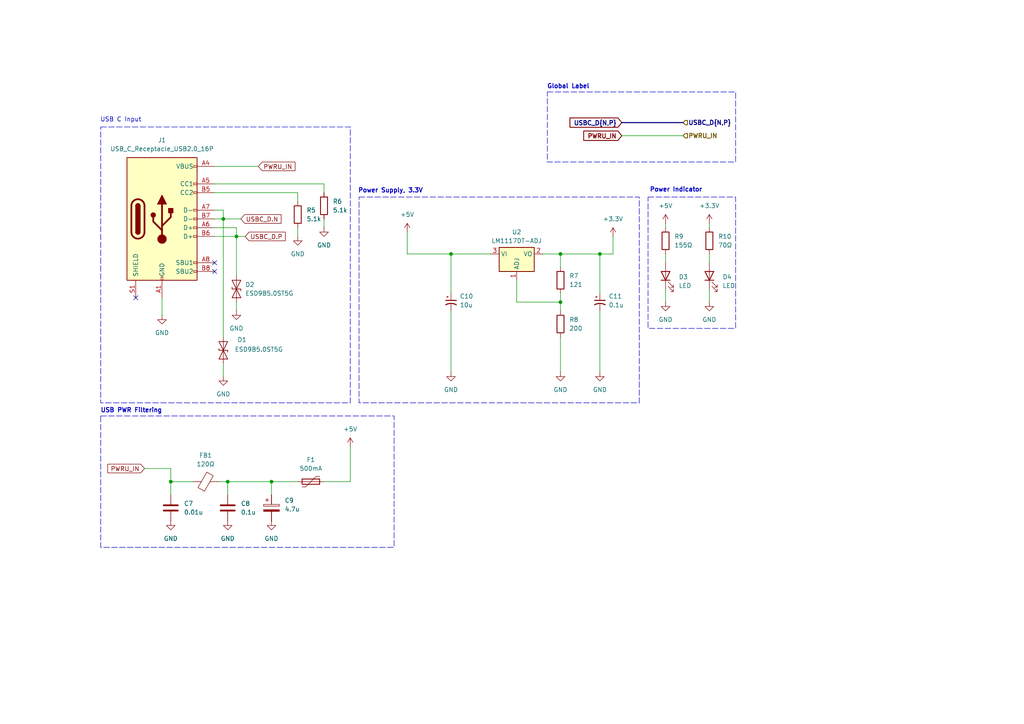
<source format=kicad_sch>
(kicad_sch (version 20231120) (generator "eeschema") (generator_version "8.0")
  (paper "A4")
  (lib_symbols
    (symbol "Connector:USB_C_Receptacle_USB2.0_16P" (pin_names (offset 1.016))
      (property "Reference" "J" (at 0 22.225 0))
      (property "Value" "USB_C_Receptacle_USB2.0_16P" (at 0 19.685 0))
      (symbol "USB_C_Receptacle_USB2.0_16P_0_0"
        (rectangle (start -0.254 -17.78) (end 0.254 -16.764))
        (rectangle (start 10.16 -14.986) (end 9.144 -15.494))
        (rectangle (start 10.16 -12.446) (end 9.144 -12.954))
        (rectangle (start 10.16 -4.826) (end 9.144 -5.334))
        (rectangle (start 10.16 -2.286) (end 9.144 -2.794))
        (rectangle (start 10.16 0.254) (end 9.144 -0.254))
        (rectangle (start 10.16 2.794) (end 9.144 2.286))
        (rectangle (start 10.16 7.874) (end 9.144 7.366))
        (rectangle (start 10.16 10.414) (end 9.144 9.906))
        (rectangle (start 10.16 15.494) (end 9.144 14.986))
      )
      (symbol "USB_C_Receptacle_USB2.0_16P_0_1"
        (rectangle (start -10.16 17.78) (end 10.16 -17.78) (stroke (width 0.254)) (fill (type background)))
        (arc (start -8.89 -3.81) (mid -6.985 -5.7067) (end -5.08 -3.81) (stroke (width 0.508)))
        (arc (start -7.62 -3.81) (mid -6.985 -4.4423) (end -6.35 -3.81) (stroke (width 0.254)))
        (arc (start -7.62 -3.81) (mid -6.985 -4.4423) (end -6.35 -3.81) (stroke (width 0.254)) (fill (type outline)))
        (rectangle (start -7.62 -3.81) (end -6.35 3.81) (stroke (width 0.254)) (fill (type outline)))
        (arc (start -6.35 3.81) (mid -6.985 4.4423) (end -7.62 3.81) (stroke (width 0.254)))
        (arc (start -6.35 3.81) (mid -6.985 4.4423) (end -7.62 3.81) (stroke (width 0.254)) (fill (type outline)))
        (arc (start -5.08 3.81) (mid -6.985 5.7067) (end -8.89 3.81) (stroke (width 0.508)))
        (circle (center -2.54 1.143) (radius 0.635) (stroke (width 0.254)) (fill (type outline)))
        (circle (center 0 -5.842) (radius 1.27) (fill (type outline)))
        (polyline (pts (xy -8.89 -3.81) (xy -8.89 3.81)) (stroke (width 0.508)))
        (polyline (pts (xy -5.08 3.81) (xy -5.08 -3.81)) (stroke (width 0.508)))
        (polyline (pts (xy 0 -5.842) (xy 0 4.318)) (stroke (width 0.508)))
        (polyline (pts (xy 0 -3.302) (xy -2.54 -0.762) (xy -2.54 0.508)) (stroke (width 0.508)))
        (polyline (pts (xy 0 -2.032) (xy 2.54 0.508) (xy 2.54 1.778)) (stroke (width 0.508)))
        (polyline (pts (xy -1.27 4.318) (xy 0 6.858) (xy 1.27 4.318) (xy -1.27 4.318)) (stroke (width 0.254)) (fill (type outline)))
        (rectangle (start 1.905 1.778) (end 3.175 3.048) (stroke (width 0.254)) (fill (type outline)))
      )
      (symbol "USB_C_Receptacle_USB2.0_16P_1_1"
        (pin passive line (at 0 -22.86 90) (length 5.08) (name "GND") (number "A1"))
        (pin passive line (at 0 -22.86 90) (length 5.08) hide (name "GND") (number "A12"))
        (pin passive line (at 15.24 15.24 180) (length 5.08) (name "VBUS") (number "A4"))
        (pin bidirectional line (at 15.24 10.16 180) (length 5.08) (name "CC1") (number "A5"))
        (pin bidirectional line (at 15.24 -2.54 180) (length 5.08) (name "D+") (number "A6"))
        (pin bidirectional line (at 15.24 2.54 180) (length 5.08) (name "D-") (number "A7"))
        (pin bidirectional line (at 15.24 -12.7 180) (length 5.08) (name "SBU1") (number "A8"))
        (pin passive line (at 15.24 15.24 180) (length 5.08) hide (name "VBUS") (number "A9"))
        (pin passive line (at 0 -22.86 90) (length 5.08) hide (name "GND") (number "B1"))
        (pin passive line (at 0 -22.86 90) (length 5.08) hide (name "GND") (number "B12"))
        (pin passive line (at 15.24 15.24 180) (length 5.08) hide (name "VBUS") (number "B4"))
        (pin bidirectional line (at 15.24 7.62 180) (length 5.08) (name "CC2") (number "B5"))
        (pin bidirectional line (at 15.24 -5.08 180) (length 5.08) (name "D+") (number "B6"))
        (pin bidirectional line (at 15.24 0 180) (length 5.08) (name "D-") (number "B7"))
        (pin bidirectional line (at 15.24 -15.24 180) (length 5.08) (name "SBU2") (number "B8"))
        (pin passive line (at 15.24 15.24 180) (length 5.08) hide (name "VBUS") (number "B9"))
        (pin passive line (at -7.62 -22.86 90) (length 5.08) (name "SHIELD") (number "S1"))
      )
    )
    (symbol "Device:C" (pin_numbers hide) (pin_names (offset 0.254))
      (property "Reference" "C" (at 0.635 2.54 0))
      (property "Value" "C" (at 0.635 -2.54 0))
      (symbol "C_0_1"
        (polyline (pts (xy -2.032 -0.762) (xy 2.032 -0.762)) (stroke (width 0.508)))
        (polyline (pts (xy -2.032 0.762) (xy 2.032 0.762)) (stroke (width 0.508)))
      )
      (symbol "C_1_1"
        (pin passive line (at 0 3.81 270) (length 2.794) (name "~") (number "1"))
        (pin passive line (at 0 -3.81 90) (length 2.794) (name "~") (number "2"))
      )
    )
    (symbol "Device:C_Polarized" (pin_numbers hide) (pin_names (offset 0.254))
      (property "Reference" "C" (at 0.635 2.54 0))
      (property "Value" "C_Polarized" (at 0.635 -2.54 0))
      (symbol "C_Polarized_0_1"
        (rectangle (start -2.286 0.508) (end 2.286 1.016))
        (polyline (pts (xy -1.778 2.286) (xy -0.762 2.286)))
        (polyline (pts (xy -1.27 2.794) (xy -1.27 1.778)))
        (rectangle (start 2.286 -0.508) (end -2.286 -1.016) (fill (type outline)))
      )
      (symbol "C_Polarized_1_1"
        (pin passive line (at 0 3.81 270) (length 2.794) (name "~") (number "1"))
        (pin passive line (at 0 -3.81 90) (length 2.794) (name "~") (number "2"))
      )
    )
    (symbol "Device:C_Polarized_Small_US" (pin_numbers hide) (pin_names (offset 0.254) hide)
      (property "Reference" "C" (at 0.254 1.778 0))
      (property "Value" "C_Polarized_Small_US" (at 0.254 -2.032 0))
      (symbol "C_Polarized_Small_US_0_1"
        (polyline (pts (xy -1.524 0.508) (xy 1.524 0.508)) (stroke (width 0.3048)))
        (polyline (pts (xy -1.27 1.524) (xy -0.762 1.524)))
        (polyline (pts (xy -1.016 1.27) (xy -1.016 1.778)))
        (arc (start 1.524 -0.762) (mid 0 -0.3734) (end -1.524 -0.762) (stroke (width 0.3048)))
      )
      (symbol "C_Polarized_Small_US_1_1"
        (pin passive line (at 0 2.54 270) (length 2.032) (name "~") (number "1"))
        (pin passive line (at 0 -2.54 90) (length 2.032) (name "~") (number "2"))
      )
    )
    (symbol "Device:FerriteBead" (pin_numbers hide) (pin_names (offset 0))
      (property "Reference" "FB" (at -3.81 0.635 90))
      (property "Value" "FerriteBead" (at 3.81 0 90))
      (symbol "FerriteBead_0_1"
        (polyline (pts (xy 0 -1.27) (xy 0 -1.2192)))
        (polyline (pts (xy 0 1.27) (xy 0 1.2954)))
        (polyline (pts (xy -2.7686 0.4064) (xy -1.7018 2.2606) (xy 2.7686 -0.3048) (xy 1.6764 -2.159) (xy -2.7686 0.4064)))
      )
      (symbol "FerriteBead_1_1"
        (pin passive line (at 0 3.81 270) (length 2.54) (name "~") (number "1"))
        (pin passive line (at 0 -3.81 90) (length 2.54) (name "~") (number "2"))
      )
    )
    (symbol "Device:LED" (pin_numbers hide) (pin_names (offset 1.016) hide)
      (property "Reference" "D" (at 0 2.54 0))
      (property "Value" "LED" (at 0 -2.54 0))
      (symbol "LED_0_1"
        (polyline (pts (xy -1.27 -1.27) (xy -1.27 1.27)) (stroke (width 0.254)))
        (polyline (pts (xy -1.27 0) (xy 1.27 0)))
        (polyline (pts (xy 1.27 -1.27) (xy 1.27 1.27) (xy -1.27 0) (xy 1.27 -1.27)) (stroke (width 0.254)))
        (polyline (pts (xy -3.048 -0.762) (xy -4.572 -2.286) (xy -3.81 -2.286) (xy -4.572 -2.286) (xy -4.572 -1.524)))
        (polyline (pts (xy -1.778 -0.762) (xy -3.302 -2.286) (xy -2.54 -2.286) (xy -3.302 -2.286) (xy -3.302 -1.524)))
      )
      (symbol "LED_1_1"
        (pin passive line (at -3.81 0 0) (length 2.54) (name "K") (number "1"))
        (pin passive line (at 3.81 0 180) (length 2.54) (name "A") (number "2"))
      )
    )
    (symbol "Device:Polyfuse" (pin_numbers hide) (pin_names (offset 0))
      (property "Reference" "F" (at -2.54 0 90))
      (property "Value" "Polyfuse" (at 2.54 0 90))
      (symbol "Polyfuse_0_1"
        (rectangle (start -0.762 2.54) (end 0.762 -2.54) (stroke (width 0.254)))
        (polyline (pts (xy 0 2.54) (xy 0 -2.54)))
        (polyline (pts (xy -1.524 2.54) (xy -1.524 1.524) (xy 1.524 -1.524) (xy 1.524 -2.54)))
      )
      (symbol "Polyfuse_1_1"
        (pin passive line (at 0 3.81 270) (length 1.27) (name "~") (number "1"))
        (pin passive line (at 0 -3.81 90) (length 1.27) (name "~") (number "2"))
      )
    )
    (symbol "Device:R" (pin_numbers hide) (pin_names (offset 0))
      (property "Reference" "R" (at 2.032 0 90))
      (property "Value" "R" (at 0 0 90))
      (symbol "R_0_1"
        (rectangle (start -1.016 -2.54) (end 1.016 2.54) (stroke (width 0.254)))
      )
      (symbol "R_1_1"
        (pin passive line (at 0 3.81 270) (length 1.27) (name "~") (number "1"))
        (pin passive line (at 0 -3.81 90) (length 1.27) (name "~") (number "2"))
      )
    )
    (symbol "Diode:ESD9B5.0ST5G" (pin_numbers hide) (pin_names (offset 1.016) hide)
      (property "Reference" "D" (at 0 2.54 0))
      (property "Value" "ESD9B5.0ST5G" (at 0 -2.54 0))
      (symbol "ESD9B5.0ST5G_0_1"
        (polyline (pts (xy 1.27 0) (xy -1.27 0)))
        (polyline (pts (xy -2.54 -1.27) (xy 0 0) (xy -2.54 1.27) (xy -2.54 -1.27)) (stroke (width 0.2032)))
        (polyline (pts (xy 0.508 1.27) (xy 0 1.27) (xy 0 -1.27) (xy -0.508 -1.27)) (stroke (width 0.2032)))
        (polyline (pts (xy 2.54 1.27) (xy 2.54 -1.27) (xy 0 0) (xy 2.54 1.27)) (stroke (width 0.2032)))
      )
      (symbol "ESD9B5.0ST5G_1_1"
        (pin passive line (at -3.81 0 0) (length 2.54) (name "A1") (number "1"))
        (pin passive line (at 3.81 0 180) (length 2.54) (name "A2") (number "2"))
      )
    )
    (symbol "Regulator_Linear:LM1117DT-ADJ"
      (property "Reference" "U" (at -3.81 3.175 0))
      (property "Value" "LM1117DT-ADJ" (at 0 3.175 0))
      (symbol "LM1117DT-ADJ_0_1"
        (rectangle (start -5.08 -5.08) (end 5.08 1.905) (stroke (width 0.254)) (fill (type background)))
      )
      (symbol "LM1117DT-ADJ_1_1"
        (pin input line (at 0 -7.62 90) (length 2.54) (name "ADJ") (number "1"))
        (pin power_out line (at 7.62 0 180) (length 2.54) (name "VO") (number "2"))
        (pin power_in line (at -7.62 0 0) (length 2.54) (name "VI") (number "3"))
      )
    )
    (symbol "power:+3.3V" (power) (pin_numbers hide) (pin_names (offset 0) hide)
      (property "Value" "+3.3V" (at 0 3.556 0))
      (symbol "+3.3V_0_1"
        (polyline (pts (xy -0.762 1.27) (xy 0 2.54)))
        (polyline (pts (xy 0 0) (xy 0 2.54)))
        (polyline (pts (xy 0 2.54) (xy 0.762 1.27)))
      )
      (symbol "+3.3V_1_1"
        (pin power_in line (at 0 0 90) (length 0) (name "~") (number "1"))
      )
    )
    (symbol "power:+5V" (power) (pin_numbers hide) (pin_names (offset 0) hide)
      (property "Value" "+5V" (at 0 3.556 0))
      (symbol "+5V_0_1"
        (polyline (pts (xy -0.762 1.27) (xy 0 2.54)))
        (polyline (pts (xy 0 0) (xy 0 2.54)))
        (polyline (pts (xy 0 2.54) (xy 0.762 1.27)))
      )
      (symbol "+5V_1_1"
        (pin power_in line (at 0 0 90) (length 0) (name "~") (number "1"))
      )
    )
    (symbol "power:GND" (power) (pin_numbers hide) (pin_names (offset 0) hide)
      (property "Value" "GND" (at 0 -3.81 0))
      (symbol "GND_0_1"
        (polyline (pts (xy 0 0) (xy 0 -1.27) (xy 1.27 -1.27) (xy 0 -2.54) (xy -1.27 -1.27) (xy 0 -1.27)))
      )
      (symbol "GND_1_1"
        (pin power_in line (at 0 0 270) (length 0) (name "~") (number "1"))
      )
    )
  )
  (junction (at 162.56 73.66))
  (junction (at 78.74 139.7))
  (junction (at 49.53 139.7))
  (junction (at 130.81 73.66))
  (junction (at 68.58 68.58))
  (junction (at 173.99 73.66))
  (junction (at 66.04 139.7))
  (junction (at 64.77 63.5))
  (junction (at 162.56 87.63))
  (no_connect (at 62.23 78.74))
  (no_connect (at 62.23 76.2))
  (no_connect (at 39.37 86.36))
  (wire (pts (xy 46.99 86.36) (xy 46.99 91.44)))
  (wire (pts (xy 173.99 90.17) (xy 173.99 107.95)))
  (wire (pts (xy 64.77 60.96) (xy 64.77 63.5)))
  (wire (pts (xy 66.04 139.7) (xy 66.04 143.51)))
  (wire (pts (xy 64.77 63.5) (xy 69.85 63.5)))
  (wire (pts (xy 93.98 53.34) (xy 93.98 55.88)))
  (wire (pts (xy 205.74 73.66) (xy 205.74 76.2)))
  (wire (pts (xy 173.99 73.66) (xy 173.99 85.09)))
  (wire (pts (xy 86.36 55.88) (xy 86.36 58.42)))
  (wire (pts (xy 62.23 66.04) (xy 68.58 66.04)))
  (wire (pts (xy 149.86 81.28) (xy 149.86 87.63)))
  (wire (pts (xy 41.91 135.89) (xy 49.53 135.89)))
  (wire (pts (xy 173.99 73.66) (xy 177.8 73.66)))
  (wire (pts (xy 162.56 73.66) (xy 173.99 73.66)))
  (wire (pts (xy 130.81 90.17) (xy 130.81 107.95)))
  (wire (pts (xy 49.53 139.7) (xy 55.88 139.7)))
  (wire (pts (xy 68.58 87.63) (xy 68.58 90.17)))
  (wire (pts (xy 193.04 83.82) (xy 193.04 87.63)))
  (wire (pts (xy 78.74 139.7) (xy 86.36 139.7)))
  (wire (pts (xy 64.77 105.41) (xy 64.77 109.22)))
  (wire (pts (xy 66.04 139.7) (xy 78.74 139.7)))
  (wire (pts (xy 205.74 83.82) (xy 205.74 87.63)))
  (wire (pts (xy 93.98 139.7) (xy 101.6 139.7)))
  (wire (pts (xy 62.23 48.26) (xy 74.93 48.26)))
  (wire (pts (xy 130.81 73.66) (xy 142.24 73.66)))
  (wire (pts (xy 63.5 139.7) (xy 66.04 139.7)))
  (wire (pts (xy 68.58 66.04) (xy 68.58 68.58)))
  (wire (pts (xy 193.04 64.77) (xy 193.04 66.04)))
  (wire (pts (xy 149.86 87.63) (xy 162.56 87.63)))
  (wire (pts (xy 62.23 60.96) (xy 64.77 60.96)))
  (wire (pts (xy 205.74 64.77) (xy 205.74 66.04)))
  (wire (pts (xy 162.56 97.79) (xy 162.56 107.95)))
  (wire (pts (xy 62.23 68.58) (xy 68.58 68.58)))
  (wire (pts (xy 86.36 66.04) (xy 86.36 68.58)))
  (bus (pts (xy 180.34 35.56) (xy 198.12 35.56)))
  (wire (pts (xy 118.11 73.66) (xy 130.81 73.66)))
  (wire (pts (xy 118.11 67.31) (xy 118.11 73.66)))
  (wire (pts (xy 193.04 73.66) (xy 193.04 76.2)))
  (wire (pts (xy 157.48 73.66) (xy 162.56 73.66)))
  (wire (pts (xy 177.8 73.66) (xy 177.8 68.58)))
  (wire (pts (xy 162.56 87.63) (xy 162.56 85.09)))
  (wire (pts (xy 78.74 143.51) (xy 78.74 139.7)))
  (wire (pts (xy 93.98 63.5) (xy 93.98 66.04)))
  (wire (pts (xy 162.56 73.66) (xy 162.56 77.47)))
  (wire (pts (xy 62.23 53.34) (xy 93.98 53.34)))
  (wire (pts (xy 101.6 129.54) (xy 101.6 139.7)))
  (wire (pts (xy 180.34 39.37) (xy 198.12 39.37)))
  (wire (pts (xy 68.58 68.58) (xy 71.12 68.58)))
  (wire (pts (xy 64.77 63.5) (xy 64.77 97.79)))
  (wire (pts (xy 62.23 63.5) (xy 64.77 63.5)))
  (wire (pts (xy 68.58 68.58) (xy 68.58 80.01)))
  (wire (pts (xy 130.81 73.66) (xy 130.81 85.09)))
  (wire (pts (xy 49.53 135.89) (xy 49.53 139.7)))
  (wire (pts (xy 49.53 139.7) (xy 49.53 143.51)))
  (wire (pts (xy 62.23 55.88) (xy 86.36 55.88)))
  (wire (pts (xy 162.56 87.63) (xy 162.56 90.17)))
  (rectangle (start 158.75 26.67) (end 213.36 46.99) (stroke (width 0) (type dash)))
  (rectangle (start 29.21 120.65) (end 114.3 158.75) (stroke (width 0) (type dash)))
  (rectangle (start 185.42 110.49) (end 185.42 110.49))
  (rectangle (start 104.14 57.15) (end 185.42 116.84) (stroke (width 0) (type dash)))
  (rectangle (start 29.21 36.83) (end 101.6 116.84) (stroke (width 0) (type dash)))
  (rectangle (start 187.96 57.15) (end 213.36 95.25) (stroke (width 0) (type dash)))
  (text "USB C Input" (at 35.052 34.798 0) (effects (font (size 1.27 1.27))))
  (text "USB PWR Filtering" (at 38.1 119.126 0) (effects (font (size 1.27 1.27) (thickness 0.254) (bold yes))))
  (text "Power Supply, 3.3V\n" (at 113.284 55.372 0) (effects (font (size 1.27 1.27) (thickness 0.254) (bold yes))))
  (text "Power Indicator" (at 196.088 55.118 0) (effects (font (size 1.27 1.27) (thickness 0.254) (bold yes))))
  (text "Global Label\n" (at 164.846 25.146 0) (effects (font (size 1.27 1.27) (thickness 0.254) (bold yes))))
  (global_label "PWRU_IN" (shape input) (at 74.93 48.26 0) (effects (font (thickness 0.1588))) (property "Intersheetrefs" "${INTERSHEET_REFS}" (effects (hide yes))))
  (global_label "USBC_D.N" (shape input) (at 69.85 63.5 0) (effects (font (thickness 0.1588))) (property "Intersheetrefs" "${INTERSHEET_REFS}" (effects (hide yes))))
  (global_label "USBC_D.P" (shape input) (at 71.12 68.58 0) (effects (font (thickness 0.1588))) (property "Intersheetrefs" "${INTERSHEET_REFS}" (effects (hide yes))))
  (global_label "USBC_D{N,P}" (shape input) (at 180.34 35.56 180) (effects (font (thickness 0.254) (bold yes))) (property "Intersheetrefs" "${INTERSHEET_REFS}" (effects (hide yes))))
  (global_label "PWRU_IN" (shape input) (at 180.34 39.37 180) (effects (font (thickness 0.254) (bold yes))) (property "Intersheetrefs" "${INTERSHEET_REFS}" (effects (hide yes))))
  (global_label "PWRU_IN" (shape input) (at 41.91 135.89 180) (effects (font (thickness 0.1588))) (property "Intersheetrefs" "${INTERSHEET_REFS}" (effects (hide yes))))
  (hierarchical_label "USBC_D{N,P}" (shape input) (at 198.12 35.56 0) (effects (font (thickness 0.254) (bold yes))))
  (hierarchical_label "PWRU_IN" (shape input) (at 198.12 39.37 0) (effects (font (thickness 0.254) (bold yes))))
  (symbol (lib_id "Device:FerriteBead") (at 59.69 139.7 90) (unit 1)
    (property "Reference" "FB1" (at 59.6392 132.08 90))
    (property "Value" "120Ω" (at 59.6392 134.62 90))
    (property "Footprint" "Inductor_SMD:L_0603_1608Metric" (effects (hide yes)))
    (property "Description" "Ferrite bead" (effects (hide yes)))
  )
  (symbol (lib_id "power:GND") (at 68.58 90.17 0) (unit 1)
    (property "Reference" "#PWR017" (effects (hide yes)))
    (property "Value" "GND" (at 68.58 95.25 0))
    (property "Description" "Power symbol creates a global label with name \"GND\" , ground" (effects (hide yes)))
  )
  (symbol (lib_id "power:+3.3V") (at 177.8 68.58 0) (unit 1)
    (property "Reference" "#PWR026" (effects (hide yes)))
    (property "Value" "+3.3V" (at 177.8 63.5 0))
    (property "Description" "Power symbol creates a global label with name \"+3.3V\"" (effects (hide yes)))
  )
  (symbol (lib_id "power:GND") (at 78.74 151.13 0) (unit 1)
    (property "Reference" "#PWR018" (effects (hide yes)))
    (property "Value" "GND" (at 78.74 156.21 0))
    (property "Description" "Power symbol creates a global label with name \"GND\" , ground" (effects (hide yes)))
  )
  (symbol (lib_id "Device:LED") (at 205.74 80.01 90) (unit 1)
    (property "Reference" "D4" (at 209.55 80.3274 90) (effects (justify right)))
    (property "Value" "LED" (at 209.55 82.8674 90) (effects (justify right)))
    (property "Footprint" "LED_SMD:LED_0402_1005Metric" (effects (hide yes)))
    (property "Description" "Light emitting diode" (effects (hide yes)))
  )
  (symbol (lib_id "power:+5V") (at 193.04 64.77 0) (unit 1)
    (property "Reference" "#PWR027" (effects (hide yes)))
    (property "Value" "+5V" (at 193.04 59.69 0))
    (property "Description" "Power symbol creates a global label with name \"+5V\"" (effects (hide yes)))
  )
  (symbol (lib_id "Device:R") (at 86.36 62.23 0) (unit 1)
    (property "Reference" "R5" (at 88.9 60.9599 0) (effects (justify left)))
    (property "Value" "5.1k" (at 88.9 63.4999 0) (effects (justify left)))
    (property "Footprint" "Resistor_SMD:R_0402_1005Metric" (effects (hide yes)))
    (property "Description" "Resistor" (effects (hide yes)))
  )
  (symbol (lib_id "Regulator_Linear:LM1117DT-ADJ") (at 149.86 73.66 0) (unit 1)
    (property "Reference" "U2" (at 149.86 67.31 0))
    (property "Value" "LM1117DT-ADJ" (at 149.86 69.85 0))
    (property "Footprint" "Package_TO_SOT_SMD:SOT-223" (effects (hide yes)))
    (property "Datasheet" "http://www.ti.com/lit/ds/symlink/lm1117.pdf" (effects (hide yes)))
    (property "Description" "800mA Low-Dropout Linear Regulator, adjustable output, TO-252" (effects (hide yes)))
  )
  (symbol (lib_id "Device:R") (at 162.56 93.98 0) (unit 1)
    (property "Reference" "R8" (at 165.1 92.7099 0) (effects (justify left)))
    (property "Value" "200" (at 165.1 95.2499 0) (effects (justify left)))
    (property "Footprint" "Resistor_SMD:R_0402_1005Metric" (effects (hide yes)))
    (property "Description" "Resistor" (effects (hide yes)))
  )
  (symbol (lib_id "Connector:USB_C_Receptacle_USB2.0_16P") (at 46.99 63.5 0) (unit 1)
    (property "Reference" "J1" (at 46.99 40.64 0))
    (property "Value" "USB_C_Receptacle_USB2.0_16P" (at 46.99 43.18 0))
    (property "Footprint" "Connector_USB:USB_C_Receptacle_Palconn_UTC16-G" (effects (hide yes)))
    (property "Datasheet" "https://www.usb.org/sites/default/files/documents/usb_type-c.zip" (effects (hide yes)))
    (property "Description" "USB 2.0-only 16P Type-C Receptacle connector" (effects (hide yes)))
  )
  (symbol (lib_id "power:GND") (at 66.04 151.13 0) (unit 1)
    (property "Reference" "#PWR016" (effects (hide yes)))
    (property "Value" "GND" (at 66.04 156.21 0))
    (property "Description" "Power symbol creates a global label with name \"GND\" , ground" (effects (hide yes)))
  )
  (symbol (lib_id "Device:LED") (at 193.04 80.01 90) (unit 1)
    (property "Reference" "D3" (at 196.85 80.3274 90) (effects (justify right)))
    (property "Value" "LED" (at 196.85 82.8674 90) (effects (justify right)))
    (property "Footprint" "LED_SMD:LED_0402_1005Metric" (effects (hide yes)))
    (property "Description" "Light emitting diode" (effects (hide yes)))
  )
  (symbol (lib_id "Device:C") (at 49.53 147.32 0) (unit 1)
    (property "Reference" "C7" (at 53.34 146.0499 0) (effects (justify left)))
    (property "Value" "0.01u" (at 53.34 148.5899 0) (effects (justify left)))
    (property "Footprint" "Capacitor_SMD:C_0603_1608Metric" (effects (hide yes)))
    (property "Description" "Unpolarized capacitor" (effects (hide yes)))
  )
  (symbol (lib_id "power:GND") (at 49.53 151.13 0) (unit 1)
    (property "Reference" "#PWR014" (effects (hide yes)))
    (property "Value" "GND" (at 49.53 156.21 0))
    (property "Description" "Power symbol creates a global label with name \"GND\" , ground" (effects (hide yes)))
  )
  (symbol (lib_id "power:+3.3V") (at 205.74 64.77 0) (unit 1)
    (property "Reference" "#PWR029" (effects (hide yes)))
    (property "Value" "+3.3V" (at 205.74 59.69 0))
    (property "Description" "Power symbol creates a global label with name \"+3.3V\"" (effects (hide yes)))
  )
  (symbol (lib_id "Device:R") (at 205.74 69.85 0) (unit 1)
    (property "Reference" "R10" (at 208.28 68.5799 0) (effects (justify left)))
    (property "Value" "70Ω" (at 208.28 71.1199 0) (effects (justify left)))
    (property "Footprint" "Resistor_SMD:R_0402_1005Metric" (effects (hide yes)))
    (property "Description" "Resistor" (effects (hide yes)))
  )
  (symbol (lib_id "power:+5V") (at 118.11 67.31 0) (unit 1)
    (property "Reference" "#PWR022" (effects (hide yes)))
    (property "Value" "+5V" (at 118.11 62.23 0))
    (property "Description" "Power symbol creates a global label with name \"+5V\"" (effects (hide yes)))
  )
  (symbol (lib_id "Device:R") (at 93.98 59.69 0) (unit 1)
    (property "Reference" "R6" (at 96.52 58.4199 0) (effects (justify left)))
    (property "Value" "5.1k" (at 96.52 60.9599 0) (effects (justify left)))
    (property "Footprint" "Resistor_SMD:R_0402_1005Metric" (effects (hide yes)))
    (property "Description" "Resistor" (effects (hide yes)))
  )
  (symbol (lib_id "power:GND") (at 130.81 107.95 0) (unit 1)
    (property "Reference" "#PWR023" (effects (hide yes)))
    (property "Value" "GND" (at 130.81 113.03 0))
    (property "Description" "Power symbol creates a global label with name \"GND\" , ground" (effects (hide yes)))
  )
  (symbol (lib_id "power:GND") (at 162.56 107.95 0) (unit 1)
    (property "Reference" "#PWR024" (effects (hide yes)))
    (property "Value" "GND" (at 162.56 113.03 0))
    (property "Description" "Power symbol creates a global label with name \"GND\" , ground" (effects (hide yes)))
  )
  (symbol (lib_id "power:GND") (at 205.74 87.63 0) (unit 1)
    (property "Reference" "#PWR030" (effects (hide yes)))
    (property "Value" "GND" (at 205.74 92.71 0))
    (property "Description" "Power symbol creates a global label with name \"GND\" , ground" (effects (hide yes)))
  )
  (symbol (lib_id "power:GND") (at 93.98 66.04 0) (unit 1)
    (property "Reference" "#PWR020" (effects (hide yes)))
    (property "Value" "GND" (at 93.98 71.12 0))
    (property "Description" "Power symbol creates a global label with name \"GND\" , ground" (effects (hide yes)))
  )
  (symbol (lib_id "power:+5V") (at 101.6 129.54 0) (unit 1)
    (property "Reference" "#PWR021" (effects (hide yes)))
    (property "Value" "+5V" (at 101.6 124.46 0))
    (property "Description" "Power symbol creates a global label with name \"+5V\"" (effects (hide yes)))
  )
  (symbol (lib_id "Device:C_Polarized_Small_US") (at 130.81 87.63 0) (unit 1)
    (property "Reference" "C10" (at 133.35 85.9281 0) (effects (justify left)))
    (property "Value" "10u" (at 133.35 88.4681 0) (effects (justify left)))
    (property "Footprint" "Capacitor_SMD:CP_Elec_6.3x7.7" (effects (hide yes)))
    (property "Description" "Polarized capacitor, small US symbol" (effects (hide yes)))
  )
  (symbol (lib_id "power:GND") (at 64.77 109.22 0) (unit 1)
    (property "Reference" "#PWR015" (effects (hide yes)))
    (property "Value" "GND" (at 64.77 114.3 0))
    (property "Description" "Power symbol creates a global label with name \"GND\" , ground" (effects (hide yes)))
  )
  (symbol (lib_id "power:GND") (at 86.36 68.58 0) (unit 1)
    (property "Reference" "#PWR019" (effects (hide yes)))
    (property "Value" "GND" (at 86.36 73.66 0))
    (property "Description" "Power symbol creates a global label with name \"GND\" , ground" (effects (hide yes)))
  )
  (symbol (lib_id "power:GND") (at 193.04 87.63 0) (unit 1)
    (property "Reference" "#PWR028" (effects (hide yes)))
    (property "Value" "GND" (at 193.04 92.71 0))
    (property "Description" "Power symbol creates a global label with name \"GND\" , ground" (effects (hide yes)))
  )
  (symbol (lib_id "Device:R") (at 162.56 81.28 0) (unit 1)
    (property "Reference" "R7" (at 165.1 80.0099 0) (effects (justify left)))
    (property "Value" "121" (at 165.1 82.5499 0) (effects (justify left)))
    (property "Footprint" "Resistor_SMD:R_0402_1005Metric" (effects (hide yes)))
    (property "Description" "Resistor" (effects (hide yes)))
  )
  (symbol (lib_id "Device:C_Polarized") (at 78.74 147.32 0) (unit 1)
    (property "Reference" "C9" (at 82.55 145.1609 0) (effects (justify left)))
    (property "Value" "4.7u" (at 82.55 147.7009 0) (effects (justify left)))
    (property "Footprint" "Capacitor_SMD:CP_Elec_6.3x7.7" (effects (hide yes)))
    (property "Description" "Polarized capacitor" (effects (hide yes)))
  )
  (symbol (lib_id "Diode:ESD9B5.0ST5G") (at 64.77 101.6 90) (unit 1)
    (property "Reference" "D1" (at 68.834 98.552 90) (effects (justify right)))
    (property "Value" "ESD9B5.0ST5G" (at 68.072 101.346 90) (effects (justify right)))
    (property "Footprint" "Diode_SMD:D_SOD-923" (effects (hide yes)))
    (property "Datasheet" "https://www.onsemi.com/pub/Collateral/ESD9B-D.PDF" (effects (hide yes)))
    (property "Description" "ESD protection diode, 5.0Vrwm, SOD-923" (effects (hide yes)))
  )
  (symbol (lib_id "Device:Polyfuse") (at 90.17 139.7 90) (unit 1)
    (property "Reference" "F1" (at 90.17 133.35 90))
    (property "Value" "500mA" (at 90.17 135.89 90))
    (property "Footprint" "Fuse:Fuse_1812_4532Metric" (effects (hide yes)))
    (property "Description" "Resettable fuse, polymeric positive temperature coefficient" (effects (hide yes)))
  )
  (symbol (lib_id "Device:C") (at 66.04 147.32 0) (unit 1)
    (property "Reference" "C8" (at 69.85 146.0499 0) (effects (justify left)))
    (property "Value" "0.1u" (at 69.85 148.5899 0) (effects (justify left)))
    (property "Footprint" "Capacitor_SMD:C_0402_1005Metric" (effects (hide yes)))
    (property "Description" "Unpolarized capacitor" (effects (hide yes)))
  )
  (symbol (lib_id "power:GND") (at 173.99 107.95 0) (unit 1)
    (property "Reference" "#PWR025" (effects (hide yes)))
    (property "Value" "GND" (at 173.99 113.03 0))
    (property "Description" "Power symbol creates a global label with name \"GND\" , ground" (effects (hide yes)))
  )
  (symbol (lib_id "power:GND") (at 46.99 91.44 0) (unit 1)
    (property "Reference" "#PWR013" (effects (hide yes)))
    (property "Value" "GND" (at 46.99 96.52 0))
    (property "Description" "Power symbol creates a global label with name \"GND\" , ground" (effects (hide yes)))
  )
  (symbol (lib_id "Device:R") (at 193.04 69.85 0) (unit 1)
    (property "Reference" "R9" (at 195.58 68.5799 0) (effects (justify left)))
    (property "Value" "155Ω" (at 195.58 71.1199 0) (effects (justify left)))
    (property "Footprint" "Resistor_SMD:R_0402_1005Metric" (effects (hide yes)))
    (property "Description" "Resistor" (effects (hide yes)))
  )
  (symbol (lib_id "Device:C_Polarized_Small_US") (at 173.99 87.63 0) (unit 1)
    (property "Reference" "C11" (at 176.53 85.9281 0) (effects (justify left)))
    (property "Value" "0.1u" (at 176.53 88.4681 0) (effects (justify left)))
    (property "Footprint" "Capacitor_SMD:CP_Elec_6.3x7.7" (effects (hide yes)))
    (property "Description" "Polarized capacitor, small US symbol" (effects (hide yes)))
  )
  (symbol (lib_id "Diode:ESD9B5.0ST5G") (at 68.58 83.82 90) (unit 1)
    (property "Reference" "D2" (at 71.12 82.5499 90) (effects (justify right)))
    (property "Value" "ESD9B5.0ST5G" (at 71.12 85.0899 90) (effects (justify right)))
    (property "Footprint" "Diode_SMD:D_SOD-923" (effects (hide yes)))
    (property "Datasheet" "https://www.onsemi.com/pub/Collateral/ESD9B-D.PDF" (effects (hide yes)))
    (property "Description" "ESD protection diode, 5.0Vrwm, SOD-923" (effects (hide yes)))
  )
)
</source>
